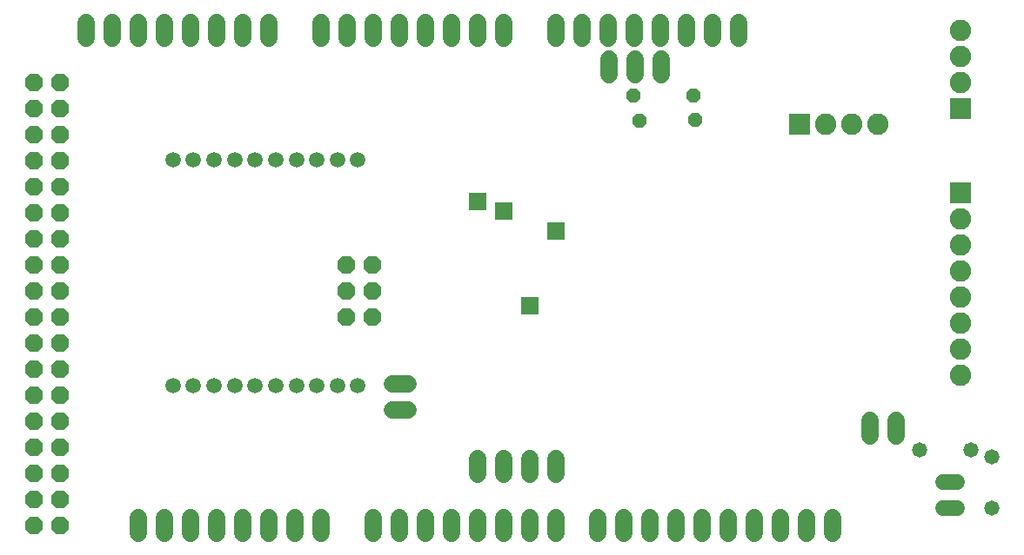
<source format=gts>
G75*
%MOIN*%
%OFA0B0*%
%FSLAX24Y24*%
%IPPOS*%
%LPD*%
%AMOC8*
5,1,8,0,0,1.08239X$1,22.5*
%
%ADD10OC8,0.0680*%
%ADD11C,0.0680*%
%ADD12C,0.0595*%
%ADD13R,0.0820X0.0820*%
%ADD14C,0.0820*%
%ADD15C,0.0600*%
%ADD16C,0.0580*%
%ADD17R,0.0671X0.0671*%
%ADD18OC8,0.0555*%
D10*
X001517Y001190D03*
X002517Y001190D03*
X002517Y002190D03*
X001517Y002190D03*
X001517Y003190D03*
X002517Y003190D03*
X002517Y004190D03*
X001517Y004190D03*
X001517Y005190D03*
X002517Y005190D03*
X002517Y006190D03*
X001517Y006190D03*
X001517Y007190D03*
X002517Y007190D03*
X002517Y008190D03*
X001517Y008190D03*
X001517Y009190D03*
X002517Y009190D03*
X002517Y010190D03*
X001517Y010190D03*
X001517Y011190D03*
X002517Y011190D03*
X002517Y012190D03*
X001517Y012190D03*
X001517Y013190D03*
X002517Y013190D03*
X002517Y014190D03*
X001517Y014190D03*
X001517Y015190D03*
X002517Y015190D03*
X002517Y016190D03*
X001517Y016190D03*
X001517Y017190D03*
X002517Y017190D03*
X002517Y018190D03*
X001517Y018190D03*
X013467Y011190D03*
X014467Y011190D03*
X014467Y010190D03*
X013467Y010190D03*
X013467Y009190D03*
X014467Y009190D03*
D11*
X015257Y006610D02*
X015857Y006610D01*
X015857Y005610D02*
X015257Y005610D01*
X018517Y003740D02*
X018517Y003140D01*
X019517Y003140D02*
X019517Y003740D01*
X020517Y003740D02*
X020517Y003140D01*
X021517Y003140D02*
X021517Y003740D01*
X021517Y001490D02*
X021517Y000890D01*
X020517Y000890D02*
X020517Y001490D01*
X019517Y001490D02*
X019517Y000890D01*
X018517Y000890D02*
X018517Y001490D01*
X017517Y001490D02*
X017517Y000890D01*
X016517Y000890D02*
X016517Y001490D01*
X015517Y001490D02*
X015517Y000890D01*
X014517Y000890D02*
X014517Y001490D01*
X012517Y001490D02*
X012517Y000890D01*
X011517Y000890D02*
X011517Y001490D01*
X010517Y001490D02*
X010517Y000890D01*
X009517Y000890D02*
X009517Y001490D01*
X008517Y001490D02*
X008517Y000890D01*
X007517Y000890D02*
X007517Y001490D01*
X006517Y001490D02*
X006517Y000890D01*
X005517Y000890D02*
X005517Y001490D01*
X023117Y001490D02*
X023117Y000890D01*
X024117Y000890D02*
X024117Y001490D01*
X025117Y001490D02*
X025117Y000890D01*
X026117Y000890D02*
X026117Y001490D01*
X027117Y001490D02*
X027117Y000890D01*
X028117Y000890D02*
X028117Y001490D01*
X029117Y001490D02*
X029117Y000890D01*
X030117Y000890D02*
X030117Y001490D01*
X031117Y001490D02*
X031117Y000890D01*
X032117Y000890D02*
X032117Y001490D01*
X033557Y004610D02*
X033557Y005210D01*
X034557Y005210D02*
X034557Y004610D01*
X025547Y018490D02*
X025547Y019090D01*
X024547Y019090D02*
X024547Y018490D01*
X023547Y018490D02*
X023547Y019090D01*
X023517Y019890D02*
X023517Y020490D01*
X022517Y020490D02*
X022517Y019890D01*
X021517Y019890D02*
X021517Y020490D01*
X019517Y020490D02*
X019517Y019890D01*
X018517Y019890D02*
X018517Y020490D01*
X017517Y020490D02*
X017517Y019890D01*
X016517Y019890D02*
X016517Y020490D01*
X015517Y020490D02*
X015517Y019890D01*
X014517Y019890D02*
X014517Y020490D01*
X013517Y020490D02*
X013517Y019890D01*
X012517Y019890D02*
X012517Y020490D01*
X010517Y020490D02*
X010517Y019890D01*
X009517Y019890D02*
X009517Y020490D01*
X008517Y020490D02*
X008517Y019890D01*
X007517Y019890D02*
X007517Y020490D01*
X006517Y020490D02*
X006517Y019890D01*
X005517Y019890D02*
X005517Y020490D01*
X004517Y020490D02*
X004517Y019890D01*
X003517Y019890D02*
X003517Y020490D01*
X024517Y020490D02*
X024517Y019890D01*
X025517Y019890D02*
X025517Y020490D01*
X026517Y020490D02*
X026517Y019890D01*
X027517Y019890D02*
X027517Y020490D01*
X028517Y020490D02*
X028517Y019890D01*
D12*
X013929Y015221D03*
X013142Y015221D03*
X012354Y015221D03*
X011567Y015221D03*
X010780Y015221D03*
X009992Y015221D03*
X009205Y015221D03*
X008417Y015221D03*
X007630Y015221D03*
X006843Y015221D03*
X006843Y006559D03*
X007630Y006559D03*
X008417Y006559D03*
X009205Y006559D03*
X009992Y006559D03*
X010780Y006559D03*
X011567Y006559D03*
X012354Y006559D03*
X013142Y006559D03*
X013929Y006559D03*
D13*
X030847Y016590D03*
X037017Y017180D03*
X037017Y013940D03*
D14*
X037017Y012940D03*
X037017Y011940D03*
X037017Y010940D03*
X037017Y009940D03*
X037017Y008940D03*
X037017Y007940D03*
X037017Y006940D03*
X033847Y016590D03*
X032847Y016590D03*
X031847Y016590D03*
X037017Y018180D03*
X037017Y019180D03*
X037017Y020180D03*
D15*
X036867Y002830D02*
X036347Y002830D01*
X036347Y001830D02*
X036867Y001830D01*
D16*
X038227Y001846D03*
X038227Y003814D03*
X037411Y004080D03*
X035442Y004080D03*
D17*
X020517Y009600D03*
X021517Y012460D03*
X019507Y013230D03*
X018507Y013600D03*
D18*
X024707Y016720D03*
X024497Y017660D03*
X026797Y017660D03*
X026837Y016730D03*
M02*

</source>
